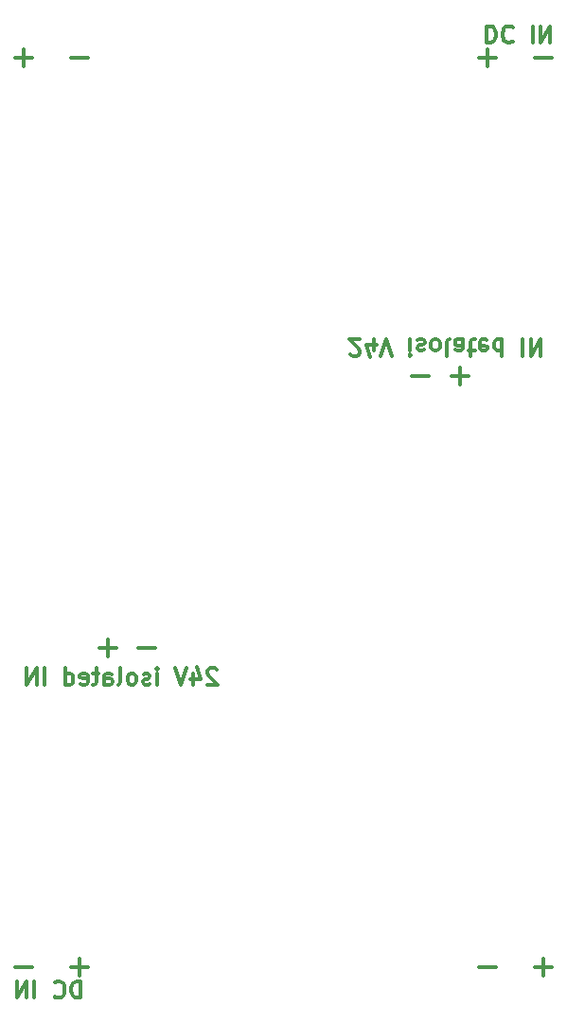
<source format=gbo>
G04 #@! TF.GenerationSoftware,KiCad,Pcbnew,(5.1.5)-3*
G04 #@! TF.CreationDate,2020-02-03T09:46:18+01:00*
G04 #@! TF.ProjectId,Chopper_v2,43686f70-7065-4725-9f76-322e6b696361,rev?*
G04 #@! TF.SameCoordinates,PXc65d40PYb71b000*
G04 #@! TF.FileFunction,Legend,Bot*
G04 #@! TF.FilePolarity,Positive*
%FSLAX46Y46*%
G04 Gerber Fmt 4.6, Leading zero omitted, Abs format (unit mm)*
G04 Created by KiCad (PCBNEW (5.1.5)-3) date 2020-02-03 09:46:18*
%MOMM*%
%LPD*%
G04 APERTURE LIST*
%ADD10C,0.300000*%
G04 APERTURE END LIST*
D10*
X3488095Y87142858D02*
X5011904Y87142858D01*
X4250000Y87904762D02*
X4250000Y86380953D01*
X42488095Y58642858D02*
X44011904Y58642858D01*
X43250000Y59404762D02*
X43250000Y57880953D01*
X45642857Y89928572D02*
X45642857Y88428572D01*
X46000000Y88428572D01*
X46214285Y88500000D01*
X46357142Y88642858D01*
X46428571Y88785715D01*
X46500000Y89071429D01*
X46500000Y89285715D01*
X46428571Y89571429D01*
X46357142Y89714286D01*
X46214285Y89857143D01*
X46000000Y89928572D01*
X45642857Y89928572D01*
X48000000Y89785715D02*
X47928571Y89857143D01*
X47714285Y89928572D01*
X47571428Y89928572D01*
X47357142Y89857143D01*
X47214285Y89714286D01*
X47142857Y89571429D01*
X47071428Y89285715D01*
X47071428Y89071429D01*
X47142857Y88785715D01*
X47214285Y88642858D01*
X47357142Y88500000D01*
X47571428Y88428572D01*
X47714285Y88428572D01*
X47928571Y88500000D01*
X48000000Y88571429D01*
X49785714Y89928572D02*
X49785714Y88428572D01*
X50500000Y89928572D02*
X50500000Y88428572D01*
X51357142Y89928572D01*
X51357142Y88428572D01*
X44988095Y87142858D02*
X46511904Y87142858D01*
X45750000Y87904762D02*
X45750000Y86380953D01*
X49988095Y87142858D02*
X51511904Y87142858D01*
X33464285Y60571429D02*
X33535714Y60500000D01*
X33678571Y60428572D01*
X34035714Y60428572D01*
X34178571Y60500000D01*
X34250000Y60571429D01*
X34321428Y60714286D01*
X34321428Y60857143D01*
X34250000Y61071429D01*
X33392857Y61928572D01*
X34321428Y61928572D01*
X35607142Y60928572D02*
X35607142Y61928572D01*
X35250000Y60357143D02*
X34892857Y61428572D01*
X35821428Y61428572D01*
X36178571Y60428572D02*
X36678571Y61928572D01*
X37178571Y60428572D01*
X38821428Y61928572D02*
X38821428Y60928572D01*
X38821428Y60428572D02*
X38750000Y60500000D01*
X38821428Y60571429D01*
X38892857Y60500000D01*
X38821428Y60428572D01*
X38821428Y60571429D01*
X39464285Y61857143D02*
X39607142Y61928572D01*
X39892857Y61928572D01*
X40035714Y61857143D01*
X40107142Y61714286D01*
X40107142Y61642858D01*
X40035714Y61500000D01*
X39892857Y61428572D01*
X39678571Y61428572D01*
X39535714Y61357143D01*
X39464285Y61214286D01*
X39464285Y61142858D01*
X39535714Y61000000D01*
X39678571Y60928572D01*
X39892857Y60928572D01*
X40035714Y61000000D01*
X40964285Y61928572D02*
X40821428Y61857143D01*
X40750000Y61785715D01*
X40678571Y61642858D01*
X40678571Y61214286D01*
X40750000Y61071429D01*
X40821428Y61000000D01*
X40964285Y60928572D01*
X41178571Y60928572D01*
X41321428Y61000000D01*
X41392857Y61071429D01*
X41464285Y61214286D01*
X41464285Y61642858D01*
X41392857Y61785715D01*
X41321428Y61857143D01*
X41178571Y61928572D01*
X40964285Y61928572D01*
X42321428Y61928572D02*
X42178571Y61857143D01*
X42107142Y61714286D01*
X42107142Y60428572D01*
X43535714Y61928572D02*
X43535714Y61142858D01*
X43464285Y61000000D01*
X43321428Y60928572D01*
X43035714Y60928572D01*
X42892857Y61000000D01*
X43535714Y61857143D02*
X43392857Y61928572D01*
X43035714Y61928572D01*
X42892857Y61857143D01*
X42821428Y61714286D01*
X42821428Y61571429D01*
X42892857Y61428572D01*
X43035714Y61357143D01*
X43392857Y61357143D01*
X43535714Y61285715D01*
X44035714Y60928572D02*
X44607142Y60928572D01*
X44250000Y60428572D02*
X44250000Y61714286D01*
X44321428Y61857143D01*
X44464285Y61928572D01*
X44607142Y61928572D01*
X45678571Y61857143D02*
X45535714Y61928572D01*
X45250000Y61928572D01*
X45107142Y61857143D01*
X45035714Y61714286D01*
X45035714Y61142858D01*
X45107142Y61000000D01*
X45250000Y60928572D01*
X45535714Y60928572D01*
X45678571Y61000000D01*
X45750000Y61142858D01*
X45750000Y61285715D01*
X45035714Y61428572D01*
X47035714Y61928572D02*
X47035714Y60428572D01*
X47035714Y61857143D02*
X46892857Y61928572D01*
X46607142Y61928572D01*
X46464285Y61857143D01*
X46392857Y61785715D01*
X46321428Y61642858D01*
X46321428Y61214286D01*
X46392857Y61071429D01*
X46464285Y61000000D01*
X46607142Y60928572D01*
X46892857Y60928572D01*
X47035714Y61000000D01*
X48892857Y61928572D02*
X48892857Y60428572D01*
X49607142Y61928572D02*
X49607142Y60428572D01*
X50464285Y61928572D01*
X50464285Y60428572D01*
X8488095Y87142858D02*
X10011904Y87142858D01*
X38988095Y58642858D02*
X40511904Y58642858D01*
X9357142Y3071429D02*
X9357142Y4571429D01*
X9000000Y4571429D01*
X8785714Y4500000D01*
X8642857Y4357143D01*
X8571428Y4214286D01*
X8500000Y3928572D01*
X8500000Y3714286D01*
X8571428Y3428572D01*
X8642857Y3285715D01*
X8785714Y3142858D01*
X9000000Y3071429D01*
X9357142Y3071429D01*
X7000000Y3214286D02*
X7071428Y3142858D01*
X7285714Y3071429D01*
X7428571Y3071429D01*
X7642857Y3142858D01*
X7785714Y3285715D01*
X7857142Y3428572D01*
X7928571Y3714286D01*
X7928571Y3928572D01*
X7857142Y4214286D01*
X7785714Y4357143D01*
X7642857Y4500000D01*
X7428571Y4571429D01*
X7285714Y4571429D01*
X7071428Y4500000D01*
X7000000Y4428572D01*
X5214285Y3071429D02*
X5214285Y4571429D01*
X4500000Y3071429D02*
X4500000Y4571429D01*
X3642857Y3071429D01*
X3642857Y4571429D01*
X12511904Y34357143D02*
X10988095Y34357143D01*
X11750000Y33595239D02*
X11750000Y35119048D01*
X16011904Y34357143D02*
X14488095Y34357143D01*
X21535714Y32428572D02*
X21464285Y32500000D01*
X21321428Y32571429D01*
X20964285Y32571429D01*
X20821428Y32500000D01*
X20750000Y32428572D01*
X20678571Y32285715D01*
X20678571Y32142858D01*
X20750000Y31928572D01*
X21607142Y31071429D01*
X20678571Y31071429D01*
X19392857Y32071429D02*
X19392857Y31071429D01*
X19750000Y32642858D02*
X20107142Y31571429D01*
X19178571Y31571429D01*
X18821428Y32571429D02*
X18321428Y31071429D01*
X17821428Y32571429D01*
X16178571Y31071429D02*
X16178571Y32071429D01*
X16178571Y32571429D02*
X16250000Y32500000D01*
X16178571Y32428572D01*
X16107142Y32500000D01*
X16178571Y32571429D01*
X16178571Y32428572D01*
X15535714Y31142858D02*
X15392857Y31071429D01*
X15107142Y31071429D01*
X14964285Y31142858D01*
X14892857Y31285715D01*
X14892857Y31357143D01*
X14964285Y31500000D01*
X15107142Y31571429D01*
X15321428Y31571429D01*
X15464285Y31642858D01*
X15535714Y31785715D01*
X15535714Y31857143D01*
X15464285Y32000000D01*
X15321428Y32071429D01*
X15107142Y32071429D01*
X14964285Y32000000D01*
X14035714Y31071429D02*
X14178571Y31142858D01*
X14250000Y31214286D01*
X14321428Y31357143D01*
X14321428Y31785715D01*
X14250000Y31928572D01*
X14178571Y32000000D01*
X14035714Y32071429D01*
X13821428Y32071429D01*
X13678571Y32000000D01*
X13607142Y31928572D01*
X13535714Y31785715D01*
X13535714Y31357143D01*
X13607142Y31214286D01*
X13678571Y31142858D01*
X13821428Y31071429D01*
X14035714Y31071429D01*
X12678571Y31071429D02*
X12821428Y31142858D01*
X12892857Y31285715D01*
X12892857Y32571429D01*
X11464285Y31071429D02*
X11464285Y31857143D01*
X11535714Y32000000D01*
X11678571Y32071429D01*
X11964285Y32071429D01*
X12107142Y32000000D01*
X11464285Y31142858D02*
X11607142Y31071429D01*
X11964285Y31071429D01*
X12107142Y31142858D01*
X12178571Y31285715D01*
X12178571Y31428572D01*
X12107142Y31571429D01*
X11964285Y31642858D01*
X11607142Y31642858D01*
X11464285Y31714286D01*
X10964285Y32071429D02*
X10392857Y32071429D01*
X10750000Y32571429D02*
X10750000Y31285715D01*
X10678571Y31142858D01*
X10535714Y31071429D01*
X10392857Y31071429D01*
X9321428Y31142858D02*
X9464285Y31071429D01*
X9750000Y31071429D01*
X9892857Y31142858D01*
X9964285Y31285715D01*
X9964285Y31857143D01*
X9892857Y32000000D01*
X9750000Y32071429D01*
X9464285Y32071429D01*
X9321428Y32000000D01*
X9250000Y31857143D01*
X9250000Y31714286D01*
X9964285Y31571429D01*
X7964285Y31071429D02*
X7964285Y32571429D01*
X7964285Y31142858D02*
X8107142Y31071429D01*
X8392857Y31071429D01*
X8535714Y31142858D01*
X8607142Y31214286D01*
X8678571Y31357143D01*
X8678571Y31785715D01*
X8607142Y31928572D01*
X8535714Y32000000D01*
X8392857Y32071429D01*
X8107142Y32071429D01*
X7964285Y32000000D01*
X6107142Y31071429D02*
X6107142Y32571429D01*
X5392857Y31071429D02*
X5392857Y32571429D01*
X4535714Y31071429D01*
X4535714Y32571429D01*
X51511904Y5857143D02*
X49988095Y5857143D01*
X50750000Y5095239D02*
X50750000Y6619048D01*
X46511904Y5857143D02*
X44988095Y5857143D01*
X5011904Y5857143D02*
X3488095Y5857143D01*
X10011904Y5857143D02*
X8488095Y5857143D01*
X9250000Y5095239D02*
X9250000Y6619048D01*
M02*

</source>
